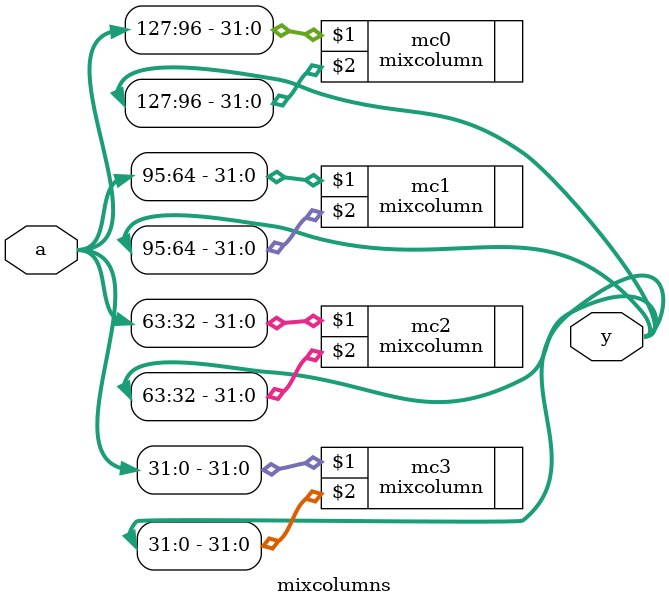
<source format=sv>

module mixcolumns(input  logic [127:0] a,
                  output logic [127:0] y);

  mixcolumn mc0(a[127:96], y[127:96]);
  mixcolumn mc1(a[95:64],  y[95:64]);
  mixcolumn mc2(a[63:32],  y[63:32]);
  mixcolumn mc3(a[31:0],   y[31:0]);
endmodule
</source>
